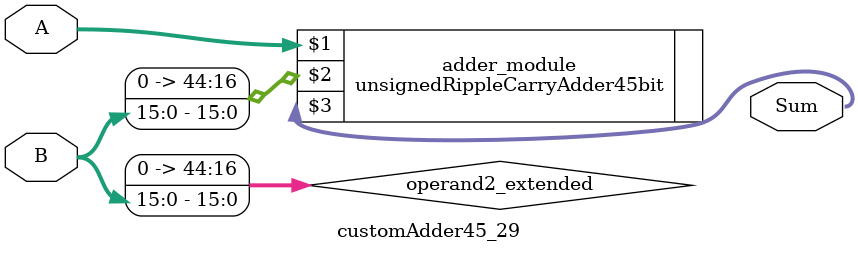
<source format=v>
module customAdder45_29(
                        input [44 : 0] A,
                        input [15 : 0] B,
                        
                        output [45 : 0] Sum
                );

        wire [44 : 0] operand2_extended;
        
        assign operand2_extended =  {29'b0, B};
        
        unsignedRippleCarryAdder45bit adder_module(
            A,
            operand2_extended,
            Sum
        );
        
        endmodule
        
</source>
